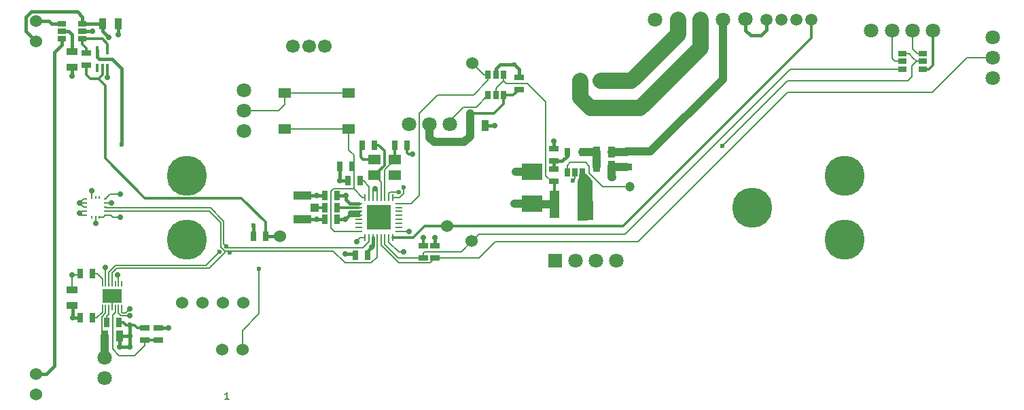
<source format=gbr>
%TF.GenerationSoftware,KiCad,Pcbnew,(6.0.10)*%
%TF.CreationDate,2023-01-09T18:14:29+01:00*%
%TF.ProjectId,carinsitu,63617269-6e73-4697-9475-2e6b69636164,1*%
%TF.SameCoordinates,Original*%
%TF.FileFunction,Copper,L1,Top*%
%TF.FilePolarity,Positive*%
%FSLAX46Y46*%
G04 Gerber Fmt 4.6, Leading zero omitted, Abs format (unit mm)*
G04 Created by KiCad (PCBNEW (6.0.10)) date 2023-01-09 18:14:29*
%MOMM*%
%LPD*%
G01*
G04 APERTURE LIST*
%ADD10C,0.152400*%
%TA.AperFunction,NonConductor*%
%ADD11C,0.152400*%
%TD*%
%TA.AperFunction,SMDPad,CuDef*%
%ADD12R,1.000760X0.701040*%
%TD*%
%TA.AperFunction,ComponentPad*%
%ADD13C,0.800000*%
%TD*%
%TA.AperFunction,ComponentPad*%
%ADD14C,5.000000*%
%TD*%
%TA.AperFunction,ComponentPad*%
%ADD15C,1.524000*%
%TD*%
%TA.AperFunction,ComponentPad*%
%ADD16C,1.800000*%
%TD*%
%TA.AperFunction,ComponentPad*%
%ADD17C,1.500000*%
%TD*%
%TA.AperFunction,SMDPad,CuDef*%
%ADD18R,1.397000X0.889000*%
%TD*%
%TA.AperFunction,SMDPad,CuDef*%
%ADD19R,2.200000X1.100000*%
%TD*%
%TA.AperFunction,SMDPad,CuDef*%
%ADD20R,1.000000X1.000000*%
%TD*%
%TA.AperFunction,SMDPad,CuDef*%
%ADD21R,0.635000X1.143000*%
%TD*%
%TA.AperFunction,SMDPad,CuDef*%
%ADD22R,1.500000X1.200000*%
%TD*%
%TA.AperFunction,ComponentPad*%
%ADD23C,1.700000*%
%TD*%
%TA.AperFunction,SMDPad,CuDef*%
%ADD24R,1.143000X0.635000*%
%TD*%
%TA.AperFunction,SMDPad,CuDef*%
%ADD25R,0.889000X1.397000*%
%TD*%
%TA.AperFunction,SMDPad,CuDef*%
%ADD26R,2.500000X2.000000*%
%TD*%
%TA.AperFunction,SMDPad,CuDef*%
%ADD27R,1.300000X3.400000*%
%TD*%
%TA.AperFunction,SMDPad,CuDef*%
%ADD28R,0.701040X1.000760*%
%TD*%
%TA.AperFunction,SMDPad,CuDef*%
%ADD29R,0.350000X0.250000*%
%TD*%
%TA.AperFunction,SMDPad,CuDef*%
%ADD30R,0.250000X0.350000*%
%TD*%
%TA.AperFunction,SMDPad,CuDef*%
%ADD31R,0.850000X0.280000*%
%TD*%
%TA.AperFunction,SMDPad,CuDef*%
%ADD32R,0.279400X0.850900*%
%TD*%
%TA.AperFunction,SMDPad,CuDef*%
%ADD33R,0.850900X0.279400*%
%TD*%
%TA.AperFunction,SMDPad,CuDef*%
%ADD34R,1.500000X1.500000*%
%TD*%
%TA.AperFunction,SMDPad,CuDef*%
%ADD35C,1.198880*%
%TD*%
%TA.AperFunction,SMDPad,CuDef*%
%ADD36R,0.152400X0.711200*%
%TD*%
%TA.AperFunction,SMDPad,CuDef*%
%ADD37R,2.387600X1.803400*%
%TD*%
%TA.AperFunction,ComponentPad*%
%ADD38R,1.800000X1.800000*%
%TD*%
%TA.AperFunction,SMDPad,CuDef*%
%ADD39R,0.400000X1.000000*%
%TD*%
%TA.AperFunction,SMDPad,CuDef*%
%ADD40R,1.550000X1.300000*%
%TD*%
%TA.AperFunction,ViaPad*%
%ADD41C,0.711200*%
%TD*%
%TA.AperFunction,ViaPad*%
%ADD42C,0.600000*%
%TD*%
%TA.AperFunction,Conductor*%
%ADD43C,0.203200*%
%TD*%
%TA.AperFunction,Conductor*%
%ADD44C,0.406400*%
%TD*%
%TA.AperFunction,Conductor*%
%ADD45C,0.304800*%
%TD*%
%TA.AperFunction,Conductor*%
%ADD46C,1.016000*%
%TD*%
%TA.AperFunction,Conductor*%
%ADD47C,2.048000*%
%TD*%
G04 APERTURE END LIST*
D10*
D11*
X109978571Y-128861904D02*
X109521428Y-128861904D01*
X109750000Y-128861904D02*
X109750000Y-128061904D01*
X109673809Y-128176190D01*
X109597619Y-128252380D01*
X109521428Y-128290476D01*
D12*
%TO.P,U4,1,VCCA*%
%TO.N,+3V3*%
X193933600Y-85821100D03*
%TO.P,U4,2*%
%TO.N,GND*%
X193933600Y-86773600D03*
%TO.P,U4,3,A*%
%TO.N,RL_DAT*%
X193933600Y-87726100D03*
%TO.P,U4,4,B*%
%TO.N,Net-(D4-Pad4)*%
X196473600Y-87726100D03*
%TO.P,U4,5,DIR*%
%TO.N,+3V3*%
X196473600Y-86773600D03*
%TO.P,U4,6,VCCB*%
%TO.N,+5V*%
X196473600Y-85821100D03*
%TD*%
D13*
%TO.P,FIX1,1,1*%
%TO.N,GND*%
X103340000Y-102410000D03*
X102750000Y-101000000D03*
X104750000Y-99000000D03*
X106750000Y-101000000D03*
D14*
X104750000Y-101000000D03*
D13*
X104750000Y-103000000D03*
X103340000Y-99590000D03*
X106160000Y-99590000D03*
X106160000Y-102410000D03*
%TD*%
%TO.P,FIX2,1,1*%
%TO.N,GND*%
X106160000Y-107590000D03*
X103340000Y-107590000D03*
X104750000Y-111000000D03*
D14*
X104750000Y-109000000D03*
D13*
X102750000Y-109000000D03*
X104750000Y-107000000D03*
X106160000Y-110410000D03*
X106750000Y-109000000D03*
X103340000Y-110410000D03*
%TD*%
%TO.P,FIX3,1,1*%
%TO.N,GND*%
X173250000Y-105000000D03*
X173840000Y-106410000D03*
X176660000Y-103590000D03*
X175250000Y-107000000D03*
X177250000Y-105000000D03*
X175250000Y-103000000D03*
X176660000Y-106410000D03*
D14*
X175250000Y-105000000D03*
D13*
X173840000Y-103590000D03*
%TD*%
%TO.P,FIX4,1,1*%
%TO.N,GND*%
X185340000Y-99590000D03*
X184750000Y-101000000D03*
X186750000Y-99000000D03*
X185340000Y-102410000D03*
X186750000Y-103000000D03*
D14*
X186750000Y-101000000D03*
D13*
X188160000Y-99590000D03*
X188160000Y-102410000D03*
X188750000Y-101000000D03*
%TD*%
%TO.P,FIX5,1,1*%
%TO.N,GND*%
X188160000Y-107590000D03*
X186750000Y-107000000D03*
D14*
X186750000Y-109000000D03*
D13*
X188160000Y-110410000D03*
X185340000Y-110410000D03*
X188750000Y-109000000D03*
X186750000Y-111000000D03*
X185340000Y-107590000D03*
X184750000Y-109000000D03*
%TD*%
D15*
%TO.P,P2,1,P1*%
%TO.N,Net-(MOD1-Pad2)*%
X156291600Y-89200000D03*
%TO.P,P2,2,PM*%
%TO.N,Net-(MOD1-Pad3)*%
X153791600Y-89200000D03*
%TD*%
D16*
%TO.P,MOD1,1,BAT-*%
%TO.N,GND*%
X163142400Y-81541600D03*
%TO.P,MOD1,2,MOT-*%
%TO.N,Net-(MOD1-Pad2)*%
X165942400Y-81541600D03*
%TO.P,MOD1,3,MOT+*%
%TO.N,Net-(MOD1-Pad3)*%
X168742400Y-81541600D03*
%TO.P,MOD1,4,BAT+*%
%TO.N,+VBAT*%
X171542400Y-81541600D03*
%TO.P,MOD1,5,SW*%
%TO.N,Net-(MOD1-Pad5)*%
X174372400Y-81491600D03*
D17*
%TO.P,MOD1,6,SW*%
X177022400Y-81541600D03*
%TO.P,MOD1,7,GND*%
%TO.N,GND*%
X178872400Y-81541600D03*
%TO.P,MOD1,8,PWR*%
%TO.N,+5V*%
X180722400Y-81541600D03*
%TO.P,MOD1,9,PWM*%
%TO.N,PPM_ESC*%
X182572400Y-81541600D03*
%TD*%
D16*
%TO.P,D4,1,DOUT*%
%TO.N,unconnected-(D4-Pad1)*%
X190042800Y-82956400D03*
%TO.P,D4,2,GND*%
%TO.N,GND*%
X192612800Y-82956400D03*
%TO.P,D4,3,VDD*%
%TO.N,+5V*%
X195152800Y-82956400D03*
%TO.P,D4,4,DIN*%
%TO.N,Net-(D4-Pad4)*%
X197722800Y-82956400D03*
%TD*%
D15*
%TO.P,D1,1,A*%
%TO.N,+5V*%
X86000000Y-128270000D03*
%TO.P,D1,2,K*%
%TO.N,Net-(D1-Pad2)*%
X86000000Y-125730000D03*
%TD*%
%TO.P,D2,1,A*%
%TO.N,+5V*%
X86000000Y-84270000D03*
%TO.P,D2,2,K*%
%TO.N,Net-(D2-Pad2)*%
X86000000Y-81730000D03*
%TD*%
D18*
%TO.P,R2,1*%
%TO.N,GND*%
X90500000Y-87452500D03*
%TO.P,R2,2*%
%TO.N,Net-(R2-Pad2)*%
X90500000Y-85547500D03*
%TD*%
D12*
%TO.P,U2,1,EN*%
%TO.N,Net-(R12-Pad1)*%
X91770000Y-83952500D03*
%TO.P,U2,2*%
%TO.N,GND*%
X91770000Y-83000000D03*
%TO.P,U2,3*%
%TO.N,+5V*%
X91770000Y-82047500D03*
%TO.P,U2,4,D2*%
%TO.N,Net-(D2-Pad2)*%
X89230000Y-82047500D03*
%TO.P,U2,5,RS*%
%TO.N,Net-(R2-Pad2)*%
X89230000Y-83000000D03*
%TO.P,U2,6,D1*%
%TO.N,Net-(D1-Pad2)*%
X89230000Y-83952500D03*
%TD*%
D16*
%TO.P,P1,1,P1*%
%TO.N,Net-(P1-Pad1)*%
X94500000Y-126270000D03*
%TO.P,P1,2,PM*%
%TO.N,Net-(P1-Pad2)*%
X94500000Y-123730000D03*
%TD*%
D19*
%TO.P,A1,0*%
%TO.N,GND*%
X119199260Y-106482960D03*
X119199260Y-103482960D03*
D20*
%TO.P,A1,1*%
%TO.N,Net-(A1-Pad1)*%
X120699260Y-104982960D03*
%TD*%
D21*
%TO.P,C1,1*%
%TO.N,Net-(A1-Pad1)*%
X121937260Y-104982960D03*
%TO.P,C1,2*%
%TO.N,Net-(C1-Pad2)*%
X123461260Y-104982960D03*
%TD*%
%TO.P,C2,1*%
%TO.N,Net-(C2-Pad1)*%
X125374400Y-99822000D03*
%TO.P,C2,2*%
%TO.N,GND*%
X123850400Y-99822000D03*
%TD*%
%TO.P,C3,1*%
%TO.N,+3V3*%
X123461260Y-103482960D03*
%TO.P,C3,2*%
%TO.N,GND*%
X121937260Y-103482960D03*
%TD*%
%TO.P,R1,1*%
%TO.N,Net-(R1-Pad1)*%
X126339600Y-101650800D03*
%TO.P,R1,2*%
%TO.N,GND*%
X124815600Y-101650800D03*
%TD*%
D22*
%TO.P,X1,1,1*%
%TO.N,Net-(C5-Pad1)*%
X130668400Y-98982960D03*
%TO.P,X1,2,2*%
%TO.N,GND*%
X128168400Y-98982960D03*
%TO.P,X1,3,3*%
%TO.N,Net-(C4-Pad1)*%
X128168400Y-100982960D03*
%TO.P,X1,4,4*%
%TO.N,GND*%
X130668400Y-100982960D03*
%TD*%
D21*
%TO.P,C4,1*%
%TO.N,Net-(C4-Pad1)*%
X128180400Y-97232960D03*
%TO.P,C4,2*%
%TO.N,GND*%
X126656400Y-97232960D03*
%TD*%
%TO.P,C5,1*%
%TO.N,Net-(C5-Pad1)*%
X130656400Y-97232960D03*
%TO.P,C5,2*%
%TO.N,GND*%
X132180400Y-97232960D03*
%TD*%
%TO.P,C10,1*%
%TO.N,+3V3*%
X123461260Y-106482960D03*
%TO.P,C10,2*%
%TO.N,GND*%
X121937260Y-106482960D03*
%TD*%
%TO.P,C11,1*%
%TO.N,+3V3*%
X127254000Y-110982960D03*
%TO.P,C11,2*%
%TO.N,GND*%
X125730000Y-110982960D03*
%TD*%
D23*
%TO.P,SW1,1,1*%
%TO.N,+VBAT*%
X122000000Y-84890000D03*
%TO.P,SW1,2,2*%
%TO.N,Net-(P1-Pad1)*%
X120000000Y-84890000D03*
%TO.P,SW1,3,3*%
%TO.N,unconnected-(SW1-Pad3)*%
X118000000Y-84890000D03*
%TD*%
D24*
%TO.P,C12,1*%
%TO.N,Net-(C12-Pad1)*%
X99500000Y-121512000D03*
%TO.P,C12,2*%
%TO.N,GND*%
X99500000Y-119988000D03*
%TD*%
%TO.P,R5,1*%
%TO.N,+VBAT*%
X101250000Y-119988000D03*
%TO.P,R5,2*%
%TO.N,Net-(C12-Pad1)*%
X101250000Y-121512000D03*
%TD*%
D25*
%TO.P,R4,1*%
%TO.N,Net-(P1-Pad2)*%
X94497500Y-121000000D03*
%TO.P,R4,2*%
%TO.N,GND*%
X96402500Y-121000000D03*
%TD*%
D16*
%TO.P,P3,1,P1*%
%TO.N,Net-(P3-Pad1)*%
X137540000Y-94640400D03*
%TO.P,P3,2,P2*%
%TO.N,+5V*%
X135000000Y-94640400D03*
%TO.P,P3,3,P3*%
%TO.N,GND*%
X132460000Y-94640400D03*
%TD*%
D18*
%TO.P,C6,1*%
%TO.N,+VBAT*%
X159562800Y-98005900D03*
%TO.P,C6,2*%
%TO.N,GND*%
X159562800Y-99910900D03*
%TD*%
D25*
%TO.P,C7,1*%
%TO.N,Net-(C7-Pad1)*%
X155816300Y-99822000D03*
%TO.P,C7,2*%
%TO.N,GND*%
X157721300Y-99822000D03*
%TD*%
D26*
%TO.P,C8,1*%
%TO.N,+3V3*%
X147777200Y-104514400D03*
%TO.P,C8,2*%
%TO.N,GND*%
X147777200Y-100514400D03*
%TD*%
D27*
%TO.P,L2,1,1*%
%TO.N,/Power supply/3V3_SW*%
X154200000Y-104597200D03*
%TO.P,L2,2,2*%
%TO.N,+3V3*%
X150600000Y-104597200D03*
%TD*%
D24*
%TO.P,R6,1*%
%TO.N,+3V3*%
X150469600Y-101752400D03*
%TO.P,R6,2*%
%TO.N,Net-(R6-Pad2)*%
X150469600Y-100228400D03*
%TD*%
%TO.P,R7,1*%
%TO.N,Net-(R6-Pad2)*%
X150469600Y-99212400D03*
%TO.P,R7,2*%
%TO.N,GND*%
X150469600Y-97688400D03*
%TD*%
D28*
%TO.P,U6,1,EN*%
%TO.N,Net-(TP1-Pad1)*%
X152158700Y-100584000D03*
%TO.P,U6,2*%
%TO.N,GND*%
X153111200Y-100584000D03*
%TO.P,U6,3,PH*%
%TO.N,/Power supply/3V3_SW*%
X154063700Y-100584000D03*
%TO.P,U6,4,VIN*%
%TO.N,Net-(C7-Pad1)*%
X154063700Y-98044000D03*
%TO.P,U6,5,FB*%
%TO.N,Net-(R6-Pad2)*%
X152158700Y-98044000D03*
%TD*%
D29*
%TO.P,U7,1*%
%TO.N,+3V3*%
X94610200Y-105943906D03*
%TO.P,U7,2,SCL*%
%TO.N,SCL*%
X94610200Y-105443906D03*
%TO.P,U7,3,SDA*%
%TO.N,SDA*%
X94610200Y-104943906D03*
%TO.P,U7,4,SA0*%
%TO.N,GND*%
X94610200Y-104443906D03*
%TO.P,U7,5,CS*%
%TO.N,+3V3*%
X94610200Y-103943906D03*
D30*
%TO.P,U7,6,INT2*%
%TO.N,unconnected-(U7-Pad6)*%
X93885200Y-103718906D03*
%TO.P,U7,7,INT1*%
%TO.N,unconnected-(U7-Pad7)*%
X93385200Y-103718906D03*
%TO.P,U7,8*%
%TO.N,GND*%
X92885200Y-103718906D03*
D29*
%TO.P,U7,9*%
X92160200Y-103943906D03*
%TO.P,U7,10*%
X92160200Y-104443906D03*
%TO.P,U7,11*%
X92160200Y-104943906D03*
%TO.P,U7,12*%
X92160200Y-105443906D03*
%TO.P,U7,13*%
X92160200Y-105943906D03*
D30*
%TO.P,U7,14*%
%TO.N,unconnected-(U7-Pad14)*%
X92885200Y-106168906D03*
%TO.P,U7,15*%
%TO.N,GND*%
X93385200Y-106168906D03*
%TO.P,U7,16*%
%TO.N,+3V3*%
X93885200Y-106168906D03*
%TD*%
D31*
%TO.P,U1,1*%
%TO.N,+3V3*%
X126199260Y-104482960D03*
%TO.P,U1,2,LNA*%
%TO.N,Net-(C1-Pad2)*%
X126199260Y-104982960D03*
%TO.P,U1,3*%
%TO.N,+3V3*%
X126199260Y-105482960D03*
%TO.P,U1,4*%
X126199260Y-105982960D03*
%TO.P,U1,5,VRTC*%
%TO.N,unconnected-(U1-Pad5)*%
X126199260Y-106482960D03*
%TO.P,U1,6,TOUT*%
%TO.N,unconnected-(U1-Pad6)*%
X126199260Y-106982960D03*
%TO.P,U1,7,EN*%
%TO.N,unconnected-(U1-Pad7)*%
X126199260Y-107482960D03*
%TO.P,U1,8,XPD*%
%TO.N,Net-(C2-Pad1)*%
X126199260Y-107982960D03*
D32*
%TO.P,U1,9,IO_14*%
%TO.N,IR_RX*%
X126949200Y-108732320D03*
%TO.P,U1,10,IO_12*%
%TO.N,SDA*%
X127449580Y-108732320D03*
%TO.P,U1,11*%
%TO.N,+3V3*%
X127949960Y-108732320D03*
%TO.P,U1,12,IO_13*%
%TO.N,SCL*%
X128450340Y-108732320D03*
%TO.P,U1,13,IO_15*%
%TO.N,VTX*%
X128948180Y-108732320D03*
%TO.P,U1,14,IO_02*%
%TO.N,RL_DAT*%
X129448560Y-108732320D03*
%TO.P,U1,15,IO_00*%
%TO.N,HL_PWM*%
X129948940Y-108732320D03*
%TO.P,U1,16,IO_04*%
%TO.N,PPM_ESC*%
X130449320Y-108732320D03*
D33*
%TO.P,U1,17*%
%TO.N,+3V3*%
X131198620Y-107983020D03*
%TO.P,U1,18,IO_09*%
%TO.N,unconnected-(U1-Pad18)*%
X131198620Y-107482640D03*
%TO.P,U1,19,IO_10*%
%TO.N,unconnected-(U1-Pad19)*%
X131198620Y-106982260D03*
%TO.P,U1,20,IO_11*%
%TO.N,unconnected-(U1-Pad20)*%
X131198620Y-106481880D03*
%TO.P,U1,21,IO_06*%
%TO.N,unconnected-(U1-Pad21)*%
X131198620Y-105984040D03*
%TO.P,U1,22,IO_07*%
%TO.N,unconnected-(U1-Pad22)*%
X131198620Y-105483660D03*
%TO.P,U1,23,IO_08*%
%TO.N,unconnected-(U1-Pad23)*%
X131198620Y-104983280D03*
%TO.P,U1,24,IO_05*%
%TO.N,PPM_SERVO*%
X131198620Y-104482900D03*
D32*
%TO.P,U1,25,IO_03*%
%TO.N,U0_RX*%
X130449320Y-103733600D03*
%TO.P,U1,26,IO_01*%
%TO.N,U0_TX*%
X129948940Y-103733600D03*
%TO.P,U1,27,XO*%
%TO.N,Net-(C5-Pad1)*%
X129448560Y-103733600D03*
%TO.P,U1,28,XI*%
%TO.N,Net-(C4-Pad1)*%
X128948180Y-103733600D03*
%TO.P,U1,29*%
%TO.N,+3V3*%
X128450340Y-103733600D03*
%TO.P,U1,30*%
X127949960Y-103733600D03*
%TO.P,U1,31,R12K*%
%TO.N,Net-(R1-Pad1)*%
X127449580Y-103733600D03*
%TO.P,U1,32,RST*%
%TO.N,Net-(C2-Pad1)*%
X126949200Y-103733600D03*
D34*
%TO.P,U1,PAD*%
%TO.N,GND*%
X127949260Y-105482960D03*
X127949260Y-106982960D03*
X129449260Y-106982960D03*
X129449260Y-105482960D03*
%TD*%
D24*
%TO.P,R8,1*%
%TO.N,+3V3*%
X134199260Y-109720960D03*
%TO.P,R8,2*%
%TO.N,RL_DAT*%
X134199260Y-111244960D03*
%TD*%
D21*
%TO.P,R9,1*%
%TO.N,+3V3*%
X113080800Y-108559600D03*
%TO.P,R9,2*%
%TO.N,HL_PWM*%
X114604800Y-108559600D03*
%TD*%
D24*
%TO.P,R10,1*%
%TO.N,GND*%
X135709260Y-109720960D03*
%TO.P,R10,2*%
%TO.N,VTX*%
X135709260Y-111244960D03*
%TD*%
D35*
%TO.P,TP1,1,1*%
%TO.N,Net-(TP1-Pad1)*%
X159969200Y-102412800D03*
%TD*%
D21*
%TO.P,C13,1*%
%TO.N,Net-(C13-Pad1)*%
X93012000Y-118750000D03*
%TO.P,C13,2*%
%TO.N,GND*%
X91488000Y-118750000D03*
%TD*%
%TO.P,C14,1*%
%TO.N,Net-(C14-Pad1)*%
X94748000Y-119350000D03*
%TO.P,C14,2*%
%TO.N,GND*%
X96272000Y-119350000D03*
%TD*%
D36*
%TO.P,U3,1*%
%TO.N,Net-(C13-Pad1)*%
X94250000Y-117498600D03*
%TO.P,U3,2,CSP*%
%TO.N,Net-(P1-Pad2)*%
X94649999Y-117498600D03*
%TO.P,U3,3*%
%TO.N,Net-(C14-Pad1)*%
X95050001Y-117498600D03*
%TO.P,U3,4,CSN*%
%TO.N,GND*%
X95450000Y-117498600D03*
%TO.P,U3,5,VBAT*%
%TO.N,Net-(C12-Pad1)*%
X95849999Y-117498600D03*
%TO.P,U3,6,CELL2*%
%TO.N,GND*%
X96250001Y-117498600D03*
%TO.P,U3,7,CELL1*%
X96650000Y-117498600D03*
%TO.P,U3,8,ALERT*%
%TO.N,unconnected-(U3-Pad8)*%
X96650000Y-114501400D03*
%TO.P,U3,9,AIN1*%
%TO.N,Net-(R11-Pad2)*%
X96250001Y-114501400D03*
%TO.P,U3,10,AIN2*%
%TO.N,unconnected-(U3-Pad10)*%
X95849999Y-114501400D03*
%TO.P,U3,11,SCL*%
%TO.N,SCL*%
X95450000Y-114501400D03*
%TO.P,U3,12,SDA*%
%TO.N,SDA*%
X95050001Y-114501400D03*
%TO.P,U3,13,CELLX*%
%TO.N,GND*%
X94649999Y-114501400D03*
%TO.P,U3,14,THRM*%
%TO.N,Net-(R11-Pad1)*%
X94250000Y-114501400D03*
D37*
%TO.P,U3,PAD*%
%TO.N,GND*%
X95450000Y-116000000D03*
%TD*%
D15*
%TO.P,TP2,1,1*%
%TO.N,SDA*%
X106680000Y-116840000D03*
%TD*%
%TO.P,TP3,1,1*%
%TO.N,SCL*%
X109220000Y-116840000D03*
%TD*%
%TO.P,TP4,1,1*%
%TO.N,+VBAT*%
X104140000Y-116840000D03*
%TD*%
%TO.P,TP5,1,1*%
%TO.N,GND*%
X111760000Y-116840000D03*
%TD*%
D16*
%TO.P,D5,1,DOUT*%
%TO.N,IR_RX*%
X111861600Y-90373200D03*
%TO.P,D5,2,GND*%
%TO.N,GND*%
X111861600Y-92913200D03*
%TO.P,D5,3,VDD*%
%TO.N,+3V3*%
X111861600Y-95453200D03*
%TD*%
D15*
%TO.P,TP6,1,1*%
%TO.N,PPM_SERVO*%
X140309600Y-87020400D03*
%TD*%
D28*
%TO.P,U8,1,VCCA*%
%TO.N,+3V3*%
X144208500Y-88442800D03*
%TO.P,U8,2*%
%TO.N,GND*%
X143256000Y-88442800D03*
%TO.P,U8,3,A*%
%TO.N,PPM_SERVO*%
X142303500Y-88442800D03*
%TO.P,U8,4,B*%
%TO.N,Net-(P3-Pad1)*%
X142303500Y-90982800D03*
%TO.P,U8,5,DIR*%
%TO.N,+3V3*%
X143256000Y-90982800D03*
%TO.P,U8,6,VCCB*%
%TO.N,+5V*%
X144208500Y-90982800D03*
%TD*%
D24*
%TO.P,C15,1*%
%TO.N,+5V*%
X146151600Y-90271600D03*
%TO.P,C15,2*%
%TO.N,GND*%
X146151600Y-88747600D03*
%TD*%
D25*
%TO.P,C16,1*%
%TO.N,+5V*%
X140047500Y-94750000D03*
%TO.P,C16,2*%
%TO.N,GND*%
X141952500Y-94750000D03*
%TD*%
%TO.P,C17,1*%
%TO.N,+5V*%
X94297500Y-82050000D03*
%TO.P,C17,2*%
%TO.N,GND*%
X96202500Y-82050000D03*
%TD*%
D15*
%TO.P,TP7,1,1*%
%TO.N,PPM_ESC*%
X137160000Y-107289600D03*
%TD*%
%TO.P,TP8,1,1*%
%TO.N,HL_PWM*%
X116382800Y-108610400D03*
%TD*%
%TO.P,TP9,1,1*%
%TO.N,RL_DAT*%
X140239260Y-109202960D03*
%TD*%
D25*
%TO.P,L1,1,1*%
%TO.N,+VBAT*%
X157721300Y-98044000D03*
%TO.P,L1,2,2*%
%TO.N,Net-(C7-Pad1)*%
X155816300Y-98044000D03*
%TD*%
D38*
%TO.P,P5,1,P1*%
%TO.N,GND*%
X150672800Y-111607600D03*
D16*
%TO.P,P5,2,P2*%
%TO.N,U0_TX*%
X153212800Y-111607600D03*
%TO.P,P5,3,P3*%
%TO.N,U0_RX*%
X155752800Y-111607600D03*
%TO.P,P5,4*%
%TO.N,HL_PWM*%
X158292800Y-111607600D03*
%TD*%
D18*
%TO.P,R3,1*%
%TO.N,GND*%
X90500000Y-117202500D03*
%TO.P,R3,2*%
%TO.N,Net-(R11-Pad2)*%
X90500000Y-115297500D03*
%TD*%
D21*
%TO.P,R11,1*%
%TO.N,Net-(R11-Pad1)*%
X93012000Y-113260000D03*
%TO.P,R11,2*%
%TO.N,Net-(R11-Pad2)*%
X91488000Y-113260000D03*
%TD*%
D24*
%TO.P,R12,1*%
%TO.N,Net-(R12-Pad1)*%
X92250000Y-85738000D03*
%TO.P,R12,2*%
%TO.N,HL_PWM*%
X92250000Y-87262000D03*
%TD*%
D39*
%TO.P,U5,1*%
%TO.N,N/C*%
X93600000Y-87600000D03*
%TO.P,U5,2,A*%
%TO.N,HL_PWM*%
X94250000Y-87600000D03*
%TO.P,U5,3*%
%TO.N,GND*%
X94900000Y-87600000D03*
%TO.P,U5,4,Y*%
%TO.N,Net-(R12-Pad1)*%
X94900000Y-85400000D03*
%TO.P,U5,5*%
%TO.N,+3V3*%
X93600000Y-85400000D03*
%TD*%
D15*
%TO.P,TP11,1,1*%
%TO.N,+3V3*%
X111689200Y-122732800D03*
%TD*%
D16*
%TO.P,P4,1,P1*%
%TO.N,+5V*%
X205183145Y-83769200D03*
%TO.P,P4,2,P2*%
%TO.N,VTX*%
X205183145Y-86309200D03*
%TO.P,P4,3,P3*%
%TO.N,GND*%
X205183145Y-88849200D03*
%TD*%
D40*
%TO.P,SW2,1,1*%
%TO.N,GND*%
X116979800Y-90714000D03*
X124929800Y-90714000D03*
%TO.P,SW2,2,2*%
%TO.N,Net-(C2-Pad1)*%
X116979800Y-95214000D03*
X124929800Y-95214000D03*
%TD*%
D15*
%TO.P,TP10,1,1*%
%TO.N,+5V*%
X109169200Y-122732800D03*
%TD*%
D41*
%TO.N,GND*%
X127949260Y-106982960D03*
X91385200Y-105693906D03*
X97670000Y-118500000D03*
D42*
X152857200Y-101600000D03*
D41*
X94650000Y-112500000D03*
X129449260Y-106982960D03*
X128168400Y-98982960D03*
X97670000Y-122360000D03*
X90510000Y-118750000D03*
X120969260Y-103482960D03*
X127949260Y-105482960D03*
X94900000Y-88760000D03*
X150469600Y-96740400D03*
D42*
X145592800Y-87172800D03*
D41*
X90500000Y-88600000D03*
X95403294Y-104443906D03*
X143100000Y-94750000D03*
X124460000Y-110744000D03*
X96400000Y-122360000D03*
X97670000Y-119640000D03*
X120969260Y-106482960D03*
D42*
X145745200Y-100533200D03*
D41*
X129449260Y-105482960D03*
X93385200Y-106993906D03*
X96200000Y-83410000D03*
D42*
X157734000Y-101193600D03*
D41*
X91385200Y-104443906D03*
X123799600Y-101650800D03*
X92885200Y-102883906D03*
X97670000Y-117620000D03*
X97670000Y-121000000D03*
X132849260Y-98356060D03*
X93000000Y-83000000D03*
X95450000Y-116000000D03*
X130668400Y-100982960D03*
X135709260Y-108742960D03*
%TO.N,+5V*%
X95072200Y-83743800D03*
X140050000Y-93250000D03*
%TO.N,HL_PWM*%
X131761150Y-110554850D03*
D42*
%TO.N,+3V3*%
X113080800Y-107238800D03*
X96621600Y-97129600D03*
X113741200Y-112674400D03*
X145542000Y-104546400D03*
D41*
X96469200Y-106172000D03*
X96469200Y-103327200D03*
X132429260Y-107982960D03*
D42*
X171500800Y-97282000D03*
D41*
X124504640Y-106482960D03*
X124619260Y-103482960D03*
X127762000Y-109931200D03*
X128199260Y-102632960D03*
X134199260Y-108742960D03*
%TO.N,+VBAT*%
X102480000Y-119990000D03*
D42*
%TO.N,SDA*%
X109717840Y-109845060D03*
X108815346Y-110518752D03*
%TO.N,SCL*%
X110124240Y-110596460D03*
D41*
%TO.N,IR_RX*%
X125899260Y-109232960D03*
D42*
%TO.N,U0_TX*%
X131165600Y-103073200D03*
%TO.N,U0_RX*%
X131775200Y-102514400D03*
D41*
%TO.N,Net-(R11-Pad2)*%
X90474800Y-113385600D03*
X96095947Y-113395946D03*
%TD*%
D43*
%TO.N,VTX*%
X201930000Y-86309200D02*
X205183145Y-86309200D01*
X179578000Y-90627200D02*
X197612000Y-90627200D01*
X197612000Y-90627200D02*
X201930000Y-86309200D01*
%TO.N,RL_DAT*%
X193933600Y-87726100D02*
X179939100Y-87726100D01*
X179939100Y-87726100D02*
X159359600Y-108305600D01*
X159359600Y-108305600D02*
X141136620Y-108305600D01*
X141136620Y-108305600D02*
X140239260Y-109202960D01*
%TO.N,+3V3*%
X171500800Y-97282000D02*
X179578000Y-89204800D01*
X194601200Y-89204800D02*
X195127400Y-88678600D01*
X179578000Y-89204800D02*
X194601200Y-89204800D01*
X195127400Y-88678600D02*
X195127400Y-87357800D01*
X195127400Y-87357800D02*
X195711600Y-86773600D01*
%TO.N,GND*%
X91635200Y-105443906D02*
X91385200Y-105693906D01*
X91635200Y-105943906D02*
X91385200Y-105693906D01*
X91885200Y-103943906D02*
X91385200Y-104443906D01*
X91885200Y-104943906D02*
X91385200Y-104443906D01*
D44*
X96402500Y-122357500D02*
X96400000Y-122360000D01*
D45*
X98598000Y-119988000D02*
X98250000Y-119640000D01*
X98250000Y-119640000D02*
X97670000Y-119640000D01*
D43*
X96650000Y-118050000D02*
X96720000Y-118120000D01*
X96250001Y-118170001D02*
X96580000Y-118500000D01*
X96580000Y-118500000D02*
X97670000Y-118500000D01*
X97170000Y-118120000D02*
X97670000Y-117620000D01*
D45*
X96870000Y-119350000D02*
X97160000Y-119640000D01*
X97160000Y-119640000D02*
X97670000Y-119640000D01*
D43*
X94649999Y-112500001D02*
X94650000Y-112500000D01*
D44*
X90510000Y-117212500D02*
X90500000Y-117202500D01*
X96200000Y-82052500D02*
X96202500Y-82050000D01*
D43*
X153111200Y-100584000D02*
X153111200Y-101346000D01*
D44*
X97670000Y-119640000D02*
X97670000Y-121000000D01*
D43*
X93385200Y-106168906D02*
X93385200Y-106993906D01*
D44*
X150469600Y-96740400D02*
X150469600Y-97688400D01*
X123799600Y-101650800D02*
X123799600Y-99822000D01*
D46*
X157810200Y-99910900D02*
X157721300Y-99822000D01*
D44*
X96402500Y-121000000D02*
X97670000Y-121000000D01*
D43*
X193933600Y-86773600D02*
X193019200Y-86773600D01*
D44*
X125491040Y-110744000D02*
X125730000Y-110982960D01*
D43*
X92160200Y-104943906D02*
X91885200Y-104943906D01*
X96250001Y-118170001D02*
X96250001Y-117498600D01*
D44*
X120969260Y-106482960D02*
X119199260Y-106482960D01*
D43*
X153111200Y-101346000D02*
X152857200Y-101600000D01*
X95403294Y-104443906D02*
X94610200Y-104443906D01*
D44*
X90510000Y-118750000D02*
X91488000Y-118750000D01*
X123799600Y-101650800D02*
X124866400Y-101650800D01*
D45*
X132180400Y-97232960D02*
X132180400Y-98144400D01*
D46*
X157721300Y-99822000D02*
X157721300Y-101180900D01*
D44*
X146151600Y-88747600D02*
X146151600Y-87731600D01*
D43*
X95450000Y-117498600D02*
X95450000Y-116000000D01*
D44*
X135709260Y-109720960D02*
X135709260Y-108742960D01*
D45*
X126437260Y-97232960D02*
X126437260Y-98700460D01*
X126437260Y-98700460D02*
X126719760Y-98982960D01*
D44*
X124460000Y-110744000D02*
X125491040Y-110744000D01*
D45*
X132180400Y-98144400D02*
X132392060Y-98356060D01*
D46*
X145764000Y-100514400D02*
X145745200Y-100533200D01*
D43*
X116179600Y-92913200D02*
X111861600Y-92913200D01*
D45*
X99500000Y-119988000D02*
X98598000Y-119988000D01*
D43*
X92160200Y-105943906D02*
X91635200Y-105943906D01*
D44*
X143100000Y-94750000D02*
X141952500Y-94750000D01*
X146151600Y-87731600D02*
X145592800Y-87172800D01*
X121937260Y-106482960D02*
X120969260Y-106482960D01*
X93000000Y-83000000D02*
X91770000Y-83000000D01*
X96200000Y-82052500D02*
X96200000Y-83410000D01*
X96402500Y-122357500D02*
X96402500Y-121000000D01*
D45*
X126719760Y-98982960D02*
X127949260Y-98982960D01*
D43*
X193019200Y-86773600D02*
X192612800Y-86367200D01*
D44*
X97670000Y-122360000D02*
X96400000Y-122360000D01*
D43*
X91635200Y-105443906D02*
X92160200Y-105443906D01*
D44*
X97670000Y-121000000D02*
X97670000Y-122360000D01*
D43*
X116979800Y-90714000D02*
X116979800Y-92113000D01*
D44*
X90500000Y-88600000D02*
X90500000Y-87452500D01*
D43*
X96720000Y-118120000D02*
X97170000Y-118120000D01*
X92160200Y-103943906D02*
X91885200Y-103943906D01*
X116979800Y-92113000D02*
X116179600Y-92913200D01*
D46*
X147777200Y-100514400D02*
X145764000Y-100514400D01*
D43*
X192612800Y-86367200D02*
X192612800Y-82956400D01*
X96650000Y-118050000D02*
X96650000Y-117498600D01*
X92885200Y-103718906D02*
X92885200Y-102883906D01*
X124929800Y-90714000D02*
X116979800Y-90714000D01*
X94649999Y-114501400D02*
X94649999Y-112500001D01*
D46*
X157721300Y-101180900D02*
X157734000Y-101193600D01*
X159562800Y-99910900D02*
X157810200Y-99910900D01*
D44*
X90510000Y-118750000D02*
X90510000Y-117212500D01*
D43*
X92160200Y-104443906D02*
X91385200Y-104443906D01*
D45*
X132392060Y-98356060D02*
X132849260Y-98356060D01*
D44*
X143256000Y-87680800D02*
X143764000Y-87172800D01*
D45*
X94900000Y-87600000D02*
X94900000Y-88760000D01*
D44*
X121937260Y-103482960D02*
X120969260Y-103482960D01*
X143256000Y-88442800D02*
X143256000Y-87680800D01*
X143764000Y-87172800D02*
X145592800Y-87172800D01*
X120969260Y-103482960D02*
X119199260Y-103482960D01*
D45*
X96272000Y-119350000D02*
X96870000Y-119350000D01*
D47*
%TO.N,Net-(MOD1-Pad3)*%
X161267600Y-92580000D02*
X155104000Y-92580000D01*
X168742400Y-85105200D02*
X168742400Y-81541600D01*
X161267600Y-92580000D02*
X168742400Y-85105200D01*
X153791600Y-89200000D02*
X153791600Y-91267600D01*
X155104000Y-92580000D02*
X153791600Y-91267600D01*
D46*
%TO.N,+5V*%
X140047500Y-93252500D02*
X140050000Y-93250000D01*
D44*
X91770000Y-81190000D02*
X91120000Y-80540000D01*
X91120000Y-80540000D02*
X85400000Y-80540000D01*
X85400000Y-80540000D02*
X84730000Y-81210000D01*
X84730000Y-81210000D02*
X84730000Y-83000000D01*
X84730000Y-83000000D02*
X86000000Y-84270000D01*
X91772500Y-82050000D02*
X91770000Y-82047500D01*
X95072200Y-83743800D02*
X94297500Y-82969100D01*
D45*
X145440400Y-90982800D02*
X146151600Y-90271600D01*
D46*
X140047500Y-96112500D02*
X139330000Y-96830000D01*
D43*
X196473600Y-85821100D02*
X195775100Y-85821100D01*
D46*
X135560000Y-96830000D02*
X135000000Y-96270000D01*
D45*
X144208500Y-90982800D02*
X144208500Y-92075500D01*
D46*
X140047500Y-93252500D02*
X140047500Y-94750000D01*
X140047500Y-94750000D02*
X140047500Y-96112500D01*
D43*
X195152800Y-85198800D02*
X195152800Y-82956400D01*
X195775100Y-85821100D02*
X195152800Y-85198800D01*
D46*
X139330000Y-96830000D02*
X135560000Y-96830000D01*
D45*
X144208500Y-90982800D02*
X145440400Y-90982800D01*
D44*
X94297500Y-82969100D02*
X94297500Y-82050000D01*
X91770000Y-82047500D02*
X91770000Y-81190000D01*
D45*
X144208500Y-92075500D02*
X143034000Y-93250000D01*
D46*
X135000000Y-96270000D02*
X135000000Y-94640400D01*
D45*
X140050000Y-93250000D02*
X143034000Y-93250000D01*
D44*
X94297500Y-82050000D02*
X91772500Y-82050000D01*
%TO.N,Net-(D1-Pad2)*%
X89230000Y-84680000D02*
X88250000Y-85660000D01*
X88250000Y-85660000D02*
X88250000Y-124720000D01*
X88250000Y-124720000D02*
X87240000Y-125730000D01*
X87240000Y-125730000D02*
X86000000Y-125730000D01*
X89230000Y-83952500D02*
X89230000Y-84680000D01*
%TO.N,Net-(D2-Pad2)*%
X87903900Y-82047500D02*
X87586400Y-81730000D01*
X89230000Y-82047500D02*
X87903900Y-82047500D01*
X87586400Y-81730000D02*
X86000000Y-81730000D01*
D45*
%TO.N,HL_PWM*%
X94250000Y-88400000D02*
X93740000Y-88910000D01*
X92250000Y-88440000D02*
X92720000Y-88910000D01*
X92720000Y-88910000D02*
X93740000Y-88910000D01*
D43*
X131761150Y-110554850D02*
X131198700Y-110554850D01*
D44*
X114604800Y-108559600D02*
X116332000Y-108559600D01*
D45*
X94589600Y-98856800D02*
X99537600Y-103804800D01*
D43*
X129948940Y-109305090D02*
X129948940Y-108732320D01*
D45*
X94589600Y-89759600D02*
X94589600Y-95402400D01*
X99537600Y-103804800D02*
X111577200Y-103804800D01*
X94589600Y-95402400D02*
X94589600Y-98856800D01*
X93740000Y-88910000D02*
X94589600Y-89759600D01*
X94250000Y-88400000D02*
X94250000Y-87600000D01*
X111577200Y-103804800D02*
X114604800Y-106832400D01*
X114604800Y-106832400D02*
X114604800Y-108559600D01*
X92250000Y-87262000D02*
X92250000Y-88440000D01*
D44*
X116332000Y-108559600D02*
X116382800Y-108610400D01*
D43*
X131198700Y-110554850D02*
X129948940Y-109305090D01*
D44*
%TO.N,Net-(MOD1-Pad5)*%
X176326800Y-83515200D02*
X177022400Y-82819600D01*
X177022400Y-82819600D02*
X177022400Y-81541600D01*
X174372400Y-81491600D02*
X174372400Y-82881600D01*
X174372400Y-82881600D02*
X175006000Y-83515200D01*
X175006000Y-83515200D02*
X176326800Y-83515200D01*
D45*
%TO.N,Net-(A1-Pad1)*%
X121937260Y-104982960D02*
X120699260Y-104982960D01*
D43*
%TO.N,Net-(C2-Pad1)*%
X125568260Y-102657460D02*
X125568260Y-98441060D01*
X122699260Y-102988860D02*
X123030660Y-102657460D01*
X126796800Y-103733600D02*
X126949200Y-103733600D01*
X124020640Y-107982960D02*
X123155880Y-107982960D01*
X125568260Y-98441060D02*
X125171200Y-98044000D01*
X125568260Y-102657460D02*
X126644400Y-103733600D01*
X123155880Y-107982960D02*
X122699260Y-107526340D01*
X126644400Y-103733600D02*
X126949200Y-103733600D01*
X124929800Y-97802600D02*
X125171200Y-98044000D01*
X123030660Y-102657460D02*
X125568260Y-102657460D01*
X126199260Y-107982960D02*
X124020640Y-107982960D01*
X124929800Y-95214000D02*
X124929800Y-97802600D01*
X122699260Y-107526340D02*
X122699260Y-102988860D01*
X116979800Y-95214000D02*
X124929800Y-95214000D01*
D45*
%TO.N,PPM_ESC*%
X182572400Y-83822800D02*
X159105600Y-107289600D01*
X137160000Y-107289600D02*
X134442620Y-107289600D01*
X132999900Y-108732320D02*
X130449320Y-108732320D01*
X159105600Y-107289600D02*
X137160000Y-107289600D01*
X134442620Y-107289600D02*
X133134310Y-108597910D01*
X182572400Y-81541600D02*
X182572400Y-83822800D01*
X133134310Y-108597910D02*
X132999900Y-108732320D01*
D44*
%TO.N,Net-(R2-Pad2)*%
X90500000Y-83440000D02*
X90060000Y-83000000D01*
X90060000Y-83000000D02*
X89230000Y-83000000D01*
X90500000Y-85547500D02*
X90500000Y-83440000D01*
D43*
%TO.N,+3V3*%
X128199260Y-102632960D02*
X128450340Y-102884040D01*
X127949960Y-102882260D02*
X128199260Y-102632960D01*
X132429200Y-107983020D02*
X132429260Y-107982960D01*
X127949960Y-103733600D02*
X127949960Y-102882260D01*
D44*
X124619260Y-103482960D02*
X124619260Y-104019980D01*
D43*
X113741200Y-118262400D02*
X111689200Y-120314400D01*
D44*
X127254000Y-110439200D02*
X127762000Y-109931200D01*
D43*
X150469600Y-101752400D02*
X150215600Y-101752400D01*
X125126560Y-105482960D02*
X126199260Y-105482960D01*
X196473600Y-86773600D02*
X195711600Y-86773600D01*
X95274894Y-105943906D02*
X94610200Y-105943906D01*
X144551400Y-89560400D02*
X144208500Y-89217500D01*
D44*
X124619260Y-104019980D02*
X125074240Y-104474960D01*
D43*
X147218400Y-89560400D02*
X144551400Y-89560400D01*
X111689200Y-122732800D02*
X111689200Y-120314400D01*
X150215600Y-101752400D02*
X149504400Y-101041200D01*
D44*
X127949960Y-109743240D02*
X127762000Y-109931200D01*
X95480000Y-86500000D02*
X93850000Y-86500000D01*
D43*
X93885200Y-106168906D02*
X94385200Y-106168906D01*
X195711600Y-86773600D02*
X195305200Y-86367200D01*
X132429200Y-107983020D02*
X131198620Y-107983020D01*
X94385200Y-106168906D02*
X94610200Y-105943906D01*
X144208500Y-89217500D02*
X143484600Y-89941400D01*
D44*
X93850000Y-86500000D02*
X93600000Y-86250000D01*
D43*
X95502988Y-106172000D02*
X95274894Y-105943906D01*
D44*
X113080800Y-108559600D02*
X113080800Y-107238800D01*
X123461260Y-103482960D02*
X124619260Y-103482960D01*
X125004640Y-105982960D02*
X124504640Y-106482960D01*
D43*
X149504400Y-101041200D02*
X149504400Y-91846400D01*
D44*
X96621600Y-87641600D02*
X95480000Y-86500000D01*
D43*
X113741200Y-112674400D02*
X113741200Y-118262400D01*
D44*
X127254000Y-110982960D02*
X127254000Y-110439200D01*
D43*
X128450340Y-102884040D02*
X128450340Y-103733600D01*
X125004640Y-105604880D02*
X125126560Y-105482960D01*
D45*
X150600000Y-101882800D02*
X150469600Y-101752400D01*
D43*
X96469200Y-106172000D02*
X95502988Y-106172000D01*
D44*
X124504640Y-106482960D02*
X123461260Y-106482960D01*
D43*
X193933600Y-85821100D02*
X194759100Y-85821100D01*
D45*
X150600000Y-104597200D02*
X150600000Y-101882800D01*
D43*
X95226906Y-103327200D02*
X94610200Y-103943906D01*
D44*
X93600000Y-86250000D02*
X93600000Y-85400000D01*
X96621600Y-97129600D02*
X96621600Y-87641600D01*
D46*
X145574000Y-104514400D02*
X145542000Y-104546400D01*
D43*
X149504400Y-91846400D02*
X147218400Y-89560400D01*
D46*
X147860000Y-104597200D02*
X147777200Y-104514400D01*
D44*
X125004640Y-105604880D02*
X125004640Y-105982960D01*
D43*
X144208500Y-88442800D02*
X144208500Y-89217500D01*
X194759100Y-85821100D02*
X195305200Y-86367200D01*
D46*
X147777200Y-104514400D02*
X145574000Y-104514400D01*
D45*
X134199260Y-109720960D02*
X134199260Y-108742960D01*
D44*
X125004640Y-105982960D02*
X126199260Y-105982960D01*
D43*
X96469200Y-103327200D02*
X95226906Y-103327200D01*
D44*
X127949960Y-108732320D02*
X127949960Y-109743240D01*
D43*
X143256000Y-90170000D02*
X143484600Y-89941400D01*
D44*
X125074240Y-104474960D02*
X126199260Y-104474960D01*
X125118560Y-105490960D02*
X126199260Y-105490960D01*
D43*
X143484600Y-89941400D02*
X144068800Y-89357200D01*
D44*
X125004640Y-105604880D02*
X125118560Y-105490960D01*
D46*
X150600000Y-104597200D02*
X147860000Y-104597200D01*
D43*
X143256000Y-90982800D02*
X143256000Y-90170000D01*
%TO.N,Net-(C4-Pad1)*%
X128948180Y-103733600D02*
X128948180Y-101762740D01*
D45*
X128678160Y-97232960D02*
X129387600Y-97942400D01*
X129387600Y-99763760D02*
X129387600Y-97942400D01*
X128180400Y-97232960D02*
X128678160Y-97232960D01*
D43*
X128948180Y-101762740D02*
X128168400Y-100982960D01*
D45*
X129387600Y-97942400D02*
X129387600Y-99501264D01*
X129387600Y-99763760D02*
X128168400Y-100982960D01*
D43*
%TO.N,Net-(C5-Pad1)*%
X129445260Y-100280836D02*
X130668400Y-99057696D01*
X130668400Y-99057696D02*
X130668400Y-98982960D01*
X129445260Y-103730300D02*
X129445260Y-100280836D01*
D45*
X130656400Y-98970960D02*
X130668400Y-98982960D01*
X130656400Y-97232960D02*
X130656400Y-98970960D01*
D43*
X129448560Y-103733600D02*
X129445260Y-103730300D01*
%TO.N,Net-(C12-Pad1)*%
X95849999Y-118050001D02*
X95510000Y-118390000D01*
X95510000Y-118390000D02*
X95510000Y-122610000D01*
X95510000Y-122610000D02*
X96340000Y-123440000D01*
X98290000Y-123440000D02*
X99500000Y-122230000D01*
X96340000Y-123440000D02*
X98290000Y-123440000D01*
X95849999Y-118050001D02*
X95849999Y-117498600D01*
X99500000Y-121512000D02*
X99500000Y-122230000D01*
D45*
X99500000Y-121512000D02*
X101250000Y-121512000D01*
D44*
%TO.N,+VBAT*%
X102478000Y-119988000D02*
X102480000Y-119990000D01*
D46*
X157721300Y-98044000D02*
X159524700Y-98044000D01*
D44*
X101250000Y-119988000D02*
X102478000Y-119988000D01*
D46*
X171542400Y-89010800D02*
X171542400Y-81541600D01*
X159524700Y-98044000D02*
X159562800Y-98005900D01*
X159562800Y-98005900D02*
X162547300Y-98005900D01*
X162547300Y-98005900D02*
X171542400Y-89010800D01*
%TO.N,Net-(P1-Pad2)*%
X94497500Y-123727500D02*
X94500000Y-123730000D01*
D43*
X94649999Y-118170001D02*
X94160000Y-118660000D01*
X94160000Y-118660000D02*
X94160000Y-120662500D01*
X94160000Y-120662500D02*
X94497500Y-121000000D01*
D46*
X94497500Y-121000000D02*
X94497500Y-123727500D01*
D43*
X94649999Y-117498600D02*
X94649999Y-118170001D01*
%TO.N,SDA*%
X95893200Y-112234400D02*
X95050001Y-113077599D01*
X109717840Y-109845060D02*
X109915740Y-110042960D01*
X109717840Y-109845060D02*
X109372400Y-109499620D01*
X107099698Y-112234400D02*
X95893200Y-112234400D01*
X109372400Y-106730800D02*
X107695106Y-105053506D01*
X109915740Y-110042960D02*
X126669800Y-110042960D01*
X109372400Y-109499620D02*
X109372400Y-106730800D01*
X127449580Y-109263180D02*
X127449580Y-108732320D01*
X94719800Y-105053506D02*
X94610200Y-104943906D01*
X126669800Y-110042960D02*
X127449580Y-109263180D01*
X108815346Y-110518752D02*
X107099698Y-112234400D01*
X107695106Y-105053506D02*
X94719800Y-105053506D01*
X95050001Y-113077599D02*
X95050001Y-114501400D01*
%TO.N,SCL*%
X127711200Y-111912400D02*
X124510800Y-111912400D01*
X94645000Y-105409106D02*
X107547812Y-105409106D01*
X109488364Y-110399060D02*
X109196452Y-110107148D01*
X110322140Y-110398560D02*
X110124240Y-110596460D01*
X95450000Y-113180494D02*
X95450000Y-114501400D01*
X109488364Y-110399060D02*
X109488364Y-110629209D01*
X128450340Y-111173260D02*
X127711200Y-111912400D01*
X109488364Y-110629209D02*
X107527573Y-112590000D01*
X110550960Y-110398560D02*
X110322140Y-110398560D01*
X109016800Y-109927495D02*
X109196452Y-110107148D01*
X107547812Y-105409106D02*
X109016800Y-106878094D01*
X128450340Y-108732320D02*
X128450340Y-111173260D01*
X94610200Y-105443906D02*
X94645000Y-105409106D01*
X110550460Y-110399060D02*
X109488364Y-110399060D01*
X109016800Y-106878094D02*
X109016800Y-109927495D01*
X124510800Y-111912400D02*
X122996960Y-110398560D01*
X107527573Y-112590000D02*
X96040494Y-112590000D01*
X96040494Y-112590000D02*
X95450000Y-113180494D01*
X122996960Y-110398560D02*
X110550960Y-110398560D01*
X110550960Y-110398560D02*
X110550460Y-110399060D01*
%TO.N,RL_DAT*%
X134199260Y-111244960D02*
X134199260Y-110682960D01*
X129448560Y-109562260D02*
X129448560Y-108732320D01*
X134199260Y-110682960D02*
X134399260Y-110482960D01*
X131131260Y-111244960D02*
X129448560Y-109562260D01*
X134399260Y-110482960D02*
X138959260Y-110482960D01*
X138959260Y-110482960D02*
X140239260Y-109202960D01*
X134199260Y-111244960D02*
X131131260Y-111244960D01*
D46*
%TO.N,Net-(C7-Pad1)*%
X155816300Y-98044000D02*
X155816300Y-99822000D01*
X154063700Y-98044000D02*
X155816300Y-98044000D01*
D47*
%TO.N,Net-(MOD1-Pad2)*%
X160177200Y-89200000D02*
X165942400Y-83434800D01*
X165942400Y-83434800D02*
X165942400Y-81541600D01*
X160177200Y-89200000D02*
X156291600Y-89200000D01*
D44*
%TO.N,Net-(R6-Pad2)*%
X151536400Y-99212400D02*
X150469600Y-99212400D01*
X152158700Y-98590100D02*
X151536400Y-99212400D01*
X152158700Y-98044000D02*
X152158700Y-98590100D01*
X150469600Y-99212400D02*
X150469600Y-100228400D01*
D43*
%TO.N,Net-(TP1-Pad1)*%
X154432000Y-99364800D02*
X152552400Y-99364800D01*
X159969200Y-102412800D02*
X156565600Y-102412800D01*
X156565600Y-102412800D02*
X154889200Y-100736400D01*
X152158700Y-99758500D02*
X152158700Y-100584000D01*
X152552400Y-99364800D02*
X152158700Y-99758500D01*
X154889200Y-100736400D02*
X154889200Y-99822000D01*
X154889200Y-99822000D02*
X154432000Y-99364800D01*
%TO.N,VTX*%
X128948180Y-109711880D02*
X128948180Y-108732320D01*
X143179800Y-109245400D02*
X160959800Y-109245400D01*
X135709260Y-111244960D02*
X141180240Y-111244960D01*
X131148700Y-111912400D02*
X128948180Y-109711880D01*
X135709260Y-111244960D02*
X135041820Y-111912400D01*
X135041820Y-111912400D02*
X131148700Y-111912400D01*
X160959800Y-109245400D02*
X179578000Y-90627200D01*
X141180240Y-111244960D02*
X143179800Y-109245400D01*
D45*
%TO.N,Net-(C1-Pad2)*%
X123461260Y-104982960D02*
X126199260Y-104982960D01*
D43*
%TO.N,Net-(R1-Pad1)*%
X126746000Y-101650800D02*
X126390400Y-101650800D01*
X127449580Y-102354380D02*
X126746000Y-101650800D01*
X127449580Y-103733600D02*
X127449580Y-102354380D01*
%TO.N,IR_RX*%
X126399900Y-108732320D02*
X125899260Y-109232960D01*
X126949200Y-108732320D02*
X126399900Y-108732320D01*
%TO.N,PPM_SERVO*%
X131198620Y-104482900D02*
X132716520Y-104482900D01*
X142303500Y-88442800D02*
X141732000Y-88442800D01*
X132716520Y-104482900D02*
X133705600Y-103493820D01*
X142303500Y-89141300D02*
X140462000Y-90982800D01*
X133705600Y-103493820D02*
X133705600Y-93268800D01*
X141732000Y-88442800D02*
X140309600Y-87020400D01*
X142303500Y-88442800D02*
X142303500Y-89141300D01*
X135991600Y-90982800D02*
X140462000Y-90982800D01*
X133705600Y-93268800D02*
X135991600Y-90982800D01*
%TO.N,Net-(C13-Pad1)*%
X94250000Y-118050000D02*
X93550000Y-118750000D01*
X93550000Y-118750000D02*
X93012000Y-118750000D01*
X94250000Y-117498600D02*
X94250000Y-118050000D01*
%TO.N,Net-(C14-Pad1)*%
X95050001Y-118289999D02*
X94748000Y-118592000D01*
X94748000Y-118592000D02*
X94748000Y-119350000D01*
X95050001Y-117498600D02*
X95050001Y-118289999D01*
%TO.N,/Power supply/3V3_SW*%
X154098400Y-104644600D02*
X154063700Y-104609900D01*
X154152600Y-104644600D02*
X154098400Y-104644600D01*
X154063700Y-104609900D02*
X154063700Y-100584000D01*
X154200000Y-104597200D02*
X154152600Y-104644600D01*
%TO.N,U0_TX*%
X129948940Y-103733600D02*
X129948940Y-103223060D01*
X130117850Y-103054150D02*
X129948940Y-103223060D01*
X131165600Y-103073200D02*
X131146550Y-103054150D01*
X131146550Y-103054150D02*
X130117850Y-103054150D01*
%TO.N,U0_RX*%
X131288675Y-103733600D02*
X131775200Y-103247075D01*
X130449320Y-103733600D02*
X131288675Y-103733600D01*
X131775200Y-103247075D02*
X131775200Y-102514400D01*
%TO.N,Net-(R11-Pad2)*%
X90474800Y-113385600D02*
X91362400Y-113385600D01*
X90474800Y-115272300D02*
X90500000Y-115297500D01*
X91362400Y-113385600D02*
X91488000Y-113260000D01*
X90474800Y-113385600D02*
X90474800Y-115272300D01*
X96250001Y-113550000D02*
X96250001Y-114501400D01*
X96095947Y-113395946D02*
X96250001Y-113550000D01*
%TO.N,Net-(R11-Pad1)*%
X94250000Y-113890000D02*
X93620000Y-113260000D01*
X93620000Y-113260000D02*
X93012000Y-113260000D01*
X94250000Y-114501400D02*
X94250000Y-113890000D01*
%TO.N,Net-(P3-Pad1)*%
X142303500Y-90982800D02*
X140798300Y-92488000D01*
X139261600Y-92488000D02*
X137540000Y-94209600D01*
X137540000Y-94209600D02*
X137540000Y-94640400D01*
X140798300Y-92488000D02*
X139261600Y-92488000D01*
D45*
%TO.N,Net-(R12-Pad1)*%
X94900000Y-84590000D02*
X94262500Y-83952500D01*
X94262500Y-83952500D02*
X91770000Y-83952500D01*
X92250000Y-85100000D02*
X91770000Y-84620000D01*
X91770000Y-84620000D02*
X91770000Y-83952500D01*
X94900000Y-85400000D02*
X94900000Y-84590000D01*
X92250000Y-85738000D02*
X92250000Y-85100000D01*
%TO.N,Net-(D4-Pad4)*%
X197722800Y-87200800D02*
X197197500Y-87726100D01*
X197197500Y-87726100D02*
X196473600Y-87726100D01*
X197722800Y-82956400D02*
X197722800Y-87200800D01*
%TD*%
%TA.AperFunction,Conductor*%
%TO.N,/Power supply/3V3_SW*%
G36*
X154507067Y-100760341D02*
G01*
X154564654Y-100781010D01*
X154599095Y-100831582D01*
X154600375Y-100836952D01*
X154600799Y-100838052D01*
X154602473Y-100847039D01*
X154616546Y-100869869D01*
X154623226Y-100882731D01*
X154631051Y-100900945D01*
X154631053Y-100900948D01*
X154633811Y-100907368D01*
X154637843Y-100912277D01*
X154642276Y-100916710D01*
X154656548Y-100934767D01*
X154661526Y-100942842D01*
X154668799Y-100948372D01*
X154668802Y-100948376D01*
X154684912Y-100960626D01*
X154694992Y-100969426D01*
X154853716Y-101128150D01*
X154861477Y-101136888D01*
X155325525Y-101725903D01*
X155346755Y-101786127D01*
X155396174Y-106480956D01*
X155377880Y-106539342D01*
X155328761Y-106575825D01*
X155299786Y-106580964D01*
X154170375Y-106610685D01*
X153568024Y-106626536D01*
X153509356Y-106609166D01*
X153472103Y-106560629D01*
X153466421Y-106527941D01*
X153448687Y-101791051D01*
X153451901Y-101765656D01*
X153462287Y-101725903D01*
X153581282Y-101270429D01*
X153604319Y-101230237D01*
X153606272Y-101228932D01*
X153650587Y-101162611D01*
X153662220Y-101104128D01*
X153662220Y-100973343D01*
X153665435Y-100948319D01*
X153700858Y-100812731D01*
X153733860Y-100761209D01*
X153790843Y-100738925D01*
X153799654Y-100738801D01*
X154507067Y-100760341D01*
G37*
%TD.AperFunction*%
%TD*%
M02*

</source>
